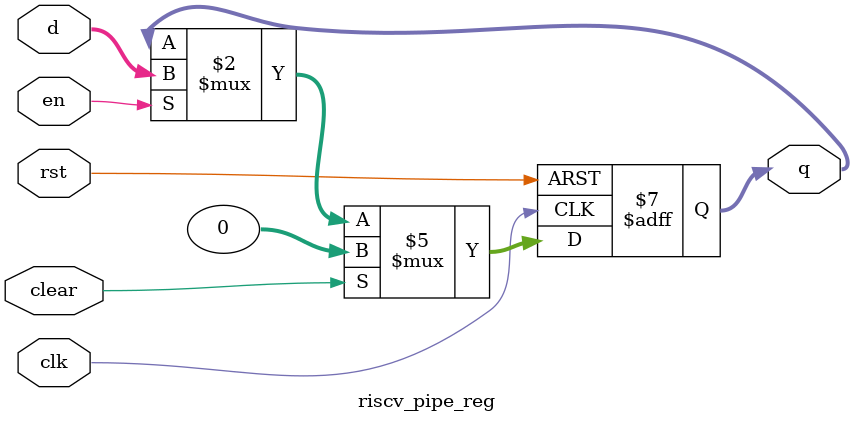
<source format=v>
module riscv_pipe_reg #(parameter N=32) (
    input wire clk,
    input wire rst,
    input wire clear,
    input wire en,
    input wire [N-1:0]d,
    output reg [N-1:0]q
);
    always @(posedge clk or posedge rst) begin
        if (rst) q<=0;
        else if (clear) q<=0;
        else if (en) q<=d;
    end
endmodule
</source>
